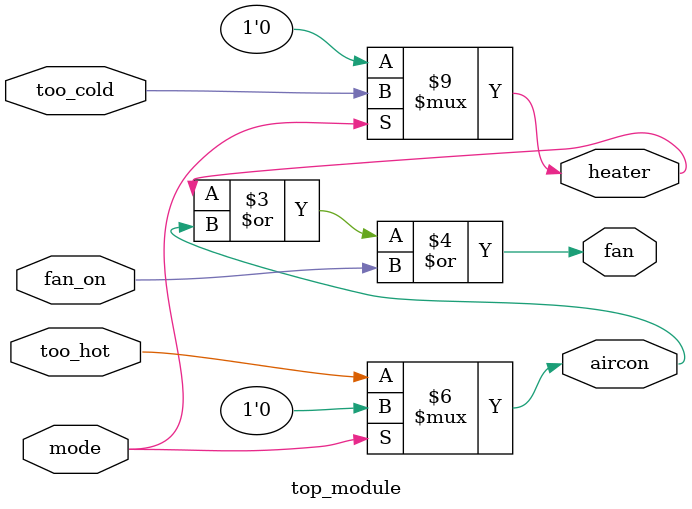
<source format=sv>
module top_module(
    input mode,
    input too_cold, 
    input too_hot,
    input fan_on,
    output reg heater,
    output reg aircon,
    output reg fan
);

always @(*) begin
    // In heating mode
    if (mode == 1'b1) begin
        // Turn on the heater if it's too cold
        heater = too_cold;
        // Turn off the air conditioner
        aircon = 1'b0;
    end
    // In cooling mode
    else begin
        // Turn on the air conditioner if it's too hot
        aircon = too_hot;
        // Turn off the heater
        heater = 1'b0;
    end

    // Turn on the fan if the heater or air conditioner is on, or if the user requests it
    fan = heater | aircon | fan_on;
end

endmodule

</source>
